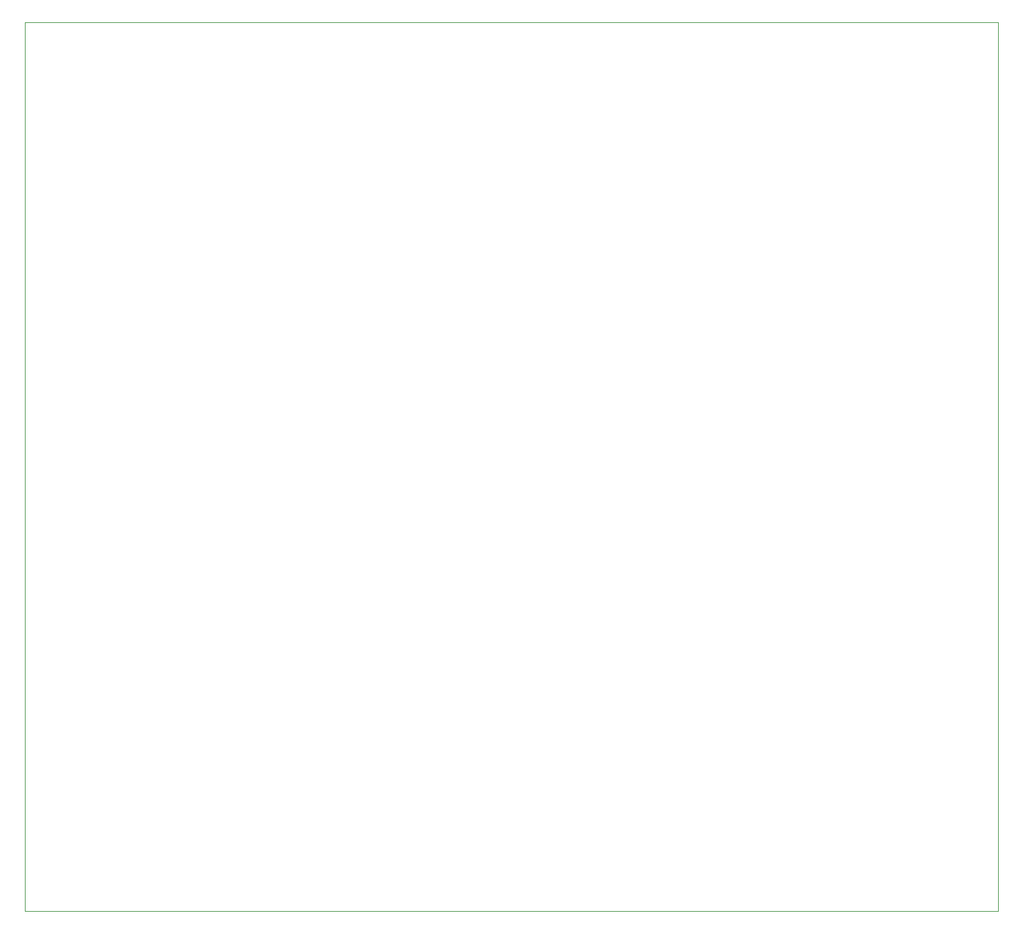
<source format=gm1>
G04 #@! TF.GenerationSoftware,KiCad,Pcbnew,7.0.2*
G04 #@! TF.CreationDate,2023-07-17T11:38:03+02:00*
G04 #@! TF.ProjectId,Module_2,4d6f6475-6c65-45f3-922e-6b696361645f,rev?*
G04 #@! TF.SameCoordinates,Original*
G04 #@! TF.FileFunction,Profile,NP*
%FSLAX46Y46*%
G04 Gerber Fmt 4.6, Leading zero omitted, Abs format (unit mm)*
G04 Created by KiCad (PCBNEW 7.0.2) date 2023-07-17 11:38:03*
%MOMM*%
%LPD*%
G01*
G04 APERTURE LIST*
G04 #@! TA.AperFunction,Profile*
%ADD10C,0.100000*%
G04 #@! TD*
G04 APERTURE END LIST*
D10*
X40614600Y-30280000D02*
X166370000Y-30280000D01*
X166370000Y-145088000D01*
X40614600Y-145088000D01*
X40614600Y-30280000D01*
M02*

</source>
